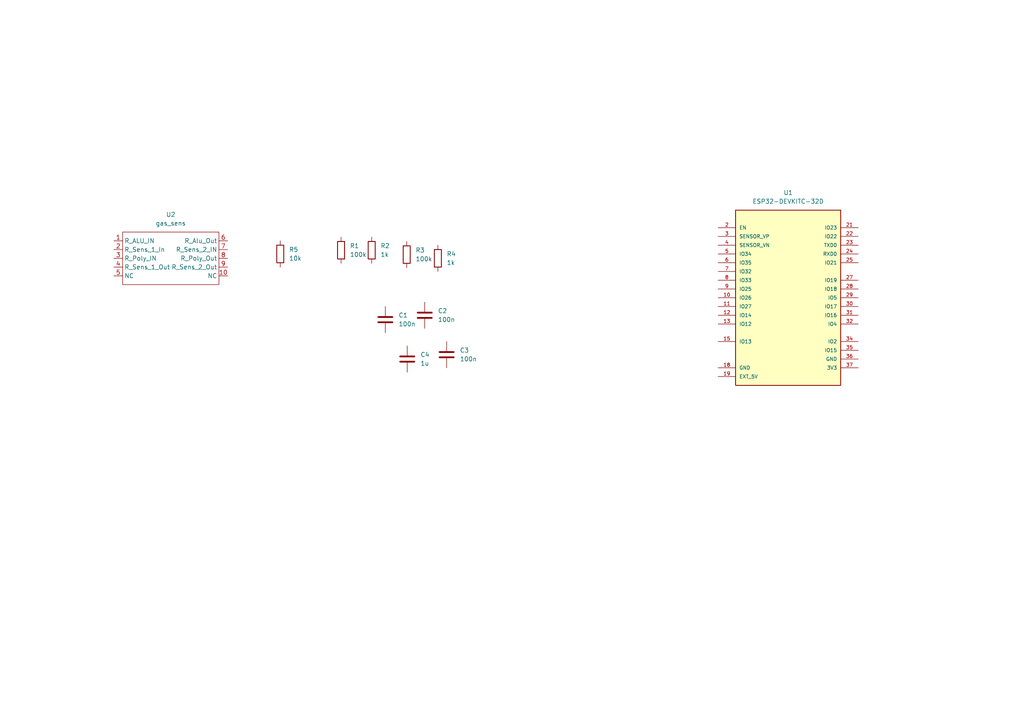
<source format=kicad_sch>
(kicad_sch (version 20210621) (generator eeschema)
  (paper "A4")
  (title_block (title "Schématique capteur de gaz_V1") (date "lun. 30 mars 2015"))
  (lib_symbols
    (symbol "Device:C" (pin_numbers hide) (pin_names (offset 0.254))
      (property "Reference" "C" (at 0.635 2.54 0))
      (property "Value" "C" (at 0.635 -2.54 0))
      (symbol "C_0_1"
        (polyline (pts (xy -2.032 -0.762) (xy 2.032 -0.762)) (stroke (width 0.508)))
        (polyline (pts (xy -2.032 0.762) (xy 2.032 0.762)) (stroke (width 0.508)))
      )
      (symbol "C_1_1"
        (pin passive line (at 0 3.81 270) (length 2.794) (name "~") (number "1"))
        (pin passive line (at 0 -3.81 90) (length 2.794) (name "~") (number "2"))
      )
    )
    (symbol "Device:R" (pin_numbers hide) (pin_names (offset 0))
      (property "Reference" "R" (at 2.032 0 90))
      (property "Value" "R" (at 0 0 90))
      (symbol "R_0_1"
        (rectangle (start -1.016 -2.54) (end 1.016 2.54) (stroke (width 0.254)))
      )
      (symbol "R_1_1"
        (pin passive line (at 0 3.81 270) (length 1.27) (name "~") (number "1"))
        (pin passive line (at 0 -3.81 90) (length 1.27) (name "~") (number "2"))
      )
    )
    (symbol "ESP32-DEVKITC-32D:ESP32-DEVKITC-32D" (pin_names (offset 1.016))
      (property "Reference" "U?" (at 0 30.48 0))
      (property "Value" "ESP32-DEVKITC-32D" (at 0 27.94 0))
      (symbol "ESP32-DEVKITC-32D_0_0"
        (rectangle (start -15.24 -25.4) (end 15.24 25.4) (stroke (width 0.254)) (fill (type background)))
        (pin bidirectional line (at -20.32 0 0) (length 5.08) (name "IO26") (number "10"))
        (pin bidirectional line (at -20.32 -2.54 0) (length 5.08) (name "IO27") (number "11"))
        (pin bidirectional line (at -20.32 -5.08 0) (length 5.08) (name "IO14") (number "12"))
        (pin bidirectional line (at -20.32 -7.62 0) (length 5.08) (name "IO12") (number "13"))
        (pin bidirectional line (at -20.32 -12.7 0) (length 5.08) (name "IO13") (number "15"))
        (pin bidirectional line (at -20.32 -20.32 0) (length 5.08) (name "GND") (number "18"))
        (pin power_in line (at -20.32 -22.86 0) (length 5.08) (name "EXT_5V") (number "19"))
        (pin input line (at -20.32 20.32 0) (length 5.08) (name "EN") (number "2"))
        (pin bidirectional line (at 20.32 20.32 180) (length 5.08) (name "IO23") (number "21"))
        (pin bidirectional line (at 20.32 17.78 180) (length 5.08) (name "IO22") (number "22"))
        (pin output line (at 20.32 15.24 180) (length 5.08) (name "TXD0") (number "23"))
        (pin input line (at 20.32 12.7 180) (length 5.08) (name "RXD0") (number "24"))
        (pin bidirectional line (at 20.32 10.16 180) (length 5.08) (name "IO21") (number "25"))
        (pin bidirectional line (at 20.32 5.08 180) (length 5.08) (name "IO19") (number "27"))
        (pin bidirectional line (at 20.32 2.54 180) (length 5.08) (name "IO18") (number "28"))
        (pin bidirectional line (at 20.32 0 180) (length 5.08) (name "IO5") (number "29"))
        (pin input line (at -20.32 17.78 0) (length 5.08) (name "SENSOR_VP") (number "3"))
        (pin bidirectional line (at 20.32 -2.54 180) (length 5.08) (name "IO17") (number "30"))
        (pin bidirectional line (at 20.32 -5.08 180) (length 5.08) (name "IO16") (number "31"))
        (pin bidirectional line (at 20.32 -7.62 180) (length 5.08) (name "IO4") (number "32"))
        (pin bidirectional line (at 20.32 -12.7 180) (length 5.08) (name "IO2") (number "34"))
        (pin bidirectional line (at 20.32 -15.24 180) (length 5.08) (name "IO15") (number "35"))
        (pin bidirectional line (at 20.32 -17.78 180) (length 5.08) (name "GND") (number "36"))
        (pin bidirectional line (at 20.32 -20.32 180) (length 5.08) (name "3V3") (number "37"))
        (pin input line (at -20.32 15.24 0) (length 5.08) (name "SENSOR_VN") (number "4"))
        (pin bidirectional line (at -20.32 12.7 0) (length 5.08) (name "IO34") (number "5"))
        (pin bidirectional line (at -20.32 10.16 0) (length 5.08) (name "IO35") (number "6"))
        (pin bidirectional line (at -20.32 7.62 0) (length 5.08) (name "IO32") (number "7"))
        (pin bidirectional line (at -20.32 5.08 0) (length 5.08) (name "IO33") (number "8"))
        (pin bidirectional line (at -20.32 2.54 0) (length 5.08) (name "IO25") (number "9"))
      )
    )
    (symbol "TO-5_sensor_gas:gas_sens"
      (property "Reference" "U" (at 7.62 7.62 0))
      (property "Value" "gas_sens" (at 2.54 7.62 0))
      (symbol "gas_sens_0_1"
        (rectangle (start -7.62 5.08) (end 20.32 -10.16) (stroke (width 0.1524)))
      )
      (symbol "gas_sens_1_1"
        (pin input line (at -10.16 2.54 0) (length 2.54) (name "R_ALU_IN") (number "1"))
        (pin input line (at 22.86 -7.62 180) (length 2.54) (name "NC") (number "10"))
        (pin input line (at -10.16 0 0) (length 2.54) (name "R_Sens_1_In") (number "2"))
        (pin input line (at -10.16 -2.54 0) (length 2.54) (name "R_Poly_IN") (number "3"))
        (pin input line (at -10.16 -5.08 0) (length 2.54) (name "R_Sens_1_Out") (number "4"))
        (pin input line (at -10.16 -7.62 0) (length 2.54) (name "NC") (number "5"))
        (pin input line (at 22.86 2.54 180) (length 2.54) (name "R_Alu_Out") (number "6"))
        (pin input line (at 22.86 0 180) (length 2.54) (name "R_Sens_2_IN") (number "7"))
        (pin input line (at 22.86 -2.54 180) (length 2.54) (name "R_Poly_Out") (number "8"))
        (pin input line (at 22.86 -5.08 180) (length 2.54) (name "R_Sens_2_Out") (number "9"))
      )
    )
  )
  (symbol (lib_id "ESP32-DEVKITC-32D:ESP32-DEVKITC-32D") (at 228.6 86.36 0) (unit 1)
    (property "Reference" "U1" (at 228.6 55.88 0))
    (property "Value" "ESP32-DEVKITC-32D" (at 228.6 58.42 0))
    (property "Footprint" "ESP32-DEVKITC-32D:ESP32_DEVKIT_SENSOR_GAS" (effects hide))
    (property "PARTREV" "4" (effects hide))
    (property "MANUFACTURER" "Espressif Systems" (effects hide))
  )
  (symbol (lib_id "TO-5_sensor_gas:gas_sens") (at 43.18 72.39 0) (unit 1)
    (property "Reference" "U2" (at 49.53 62.23 0))
    (property "Value" "gas_sens" (at 49.53 64.77 0))
    (property "Footprint" "Socket_Arduino_Uno:Sensor_gas_package" (effects hide))
  )
  (symbol (lib_id "Device:C") (at 111.76 92.71 0) (unit 1)
    (property "Reference" "C1" (at 115.57 91.4399 0) (effects (justify left)))
    (property "Value" "100n" (at 115.57 93.9799 0) (effects (justify left)))
  )
  (symbol (lib_id "Device:R") (at 127 74.93 0) (unit 1)
    (property "Reference" "R4" (at 129.54 73.6599 0) (effects (justify left)))
    (property "Value" "1k" (at 129.54 76.1999 0) (effects (justify left)))
  )
  (symbol (lib_id "Device:R") (at 98.9213 72.5712 0) (unit 1)
    (property "Reference" "R1" (at 101.4613 71.3011 0) (effects (justify left)))
    (property "Value" "100k" (at 101.4613 73.8411 0) (effects (justify left)))
  )
  (symbol (lib_id "Device:C") (at 123.19 91.44 0) (unit 1)
    (property "Reference" "C2" (at 127 90.1699 0) (effects (justify left)))
    (property "Value" "100n" (at 127 92.7099 0) (effects (justify left)))
  )
  (symbol (lib_id "Device:C") (at 118.11 104.14 0) (unit 1)
    (property "Reference" "C4" (at 121.92 102.8699 0) (effects (justify left)))
    (property "Value" "1u" (at 121.92 105.4099 0) (effects (justify left)))
  )
  (symbol (lib_id "Device:C") (at 129.54 102.87 0) (unit 1)
    (property "Reference" "C3" (at 133.35 101.5999 0) (effects (justify left)))
    (property "Value" "100n" (at 133.35 104.1399 0) (effects (justify left)))
  )
  (symbol (lib_id "Device:R") (at 107.8113 72.5712 0) (unit 1)
    (property "Reference" "R2" (at 110.3513 71.3011 0) (effects (justify left)))
    (property "Value" "1k" (at 110.3513 73.8411 0) (effects (justify left)))
  )
  (symbol (lib_id "Device:R") (at 117.9713 73.8412 0) (unit 1)
    (property "Reference" "R3" (at 120.5113 72.5711 0) (effects (justify left)))
    (property "Value" "100k" (at 120.5113 75.1111 0) (effects (justify left)))
  )
  (symbol (lib_id "Device:R") (at 81.28 73.66 0) (unit 1)
    (property "Reference" "R5" (at 83.82 72.3899 0) (effects (justify left)))
    (property "Value" "10k" (at 83.82 74.9299 0) (effects (justify left)))
  )
)
</source>
